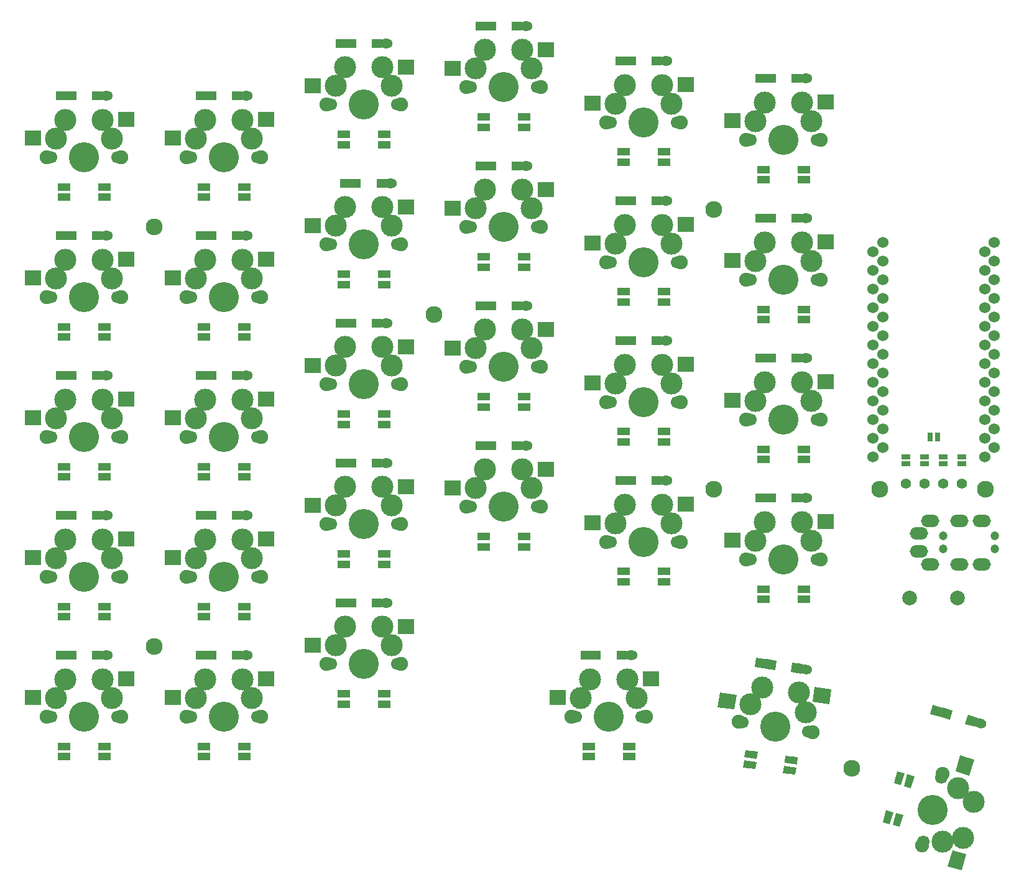
<source format=gbs>
G04 #@! TF.GenerationSoftware,KiCad,Pcbnew,5.1.10-88a1d61d58~88~ubuntu18.04.1*
G04 #@! TF.CreationDate,2021-07-03T13:59:34+09:00*
G04 #@! TF.ProjectId,swallowtail,7377616c-6c6f-4777-9461-696c2e6b6963,rev?*
G04 #@! TF.SameCoordinates,Original*
G04 #@! TF.FileFunction,Soldermask,Bot*
G04 #@! TF.FilePolarity,Negative*
%FSLAX46Y46*%
G04 Gerber Fmt 4.6, Leading zero omitted, Abs format (unit mm)*
G04 Created by KiCad (PCBNEW 5.1.10-88a1d61d58~88~ubuntu18.04.1) date 2021-07-03 13:59:34*
%MOMM*%
%LPD*%
G01*
G04 APERTURE LIST*
%ADD10R,1.700000X1.000000*%
%ADD11C,0.100000*%
%ADD12C,1.700000*%
%ADD13R,2.300000X2.000000*%
%ADD14C,1.900000*%
%ADD15C,4.100000*%
%ADD16C,3.000000*%
%ADD17C,2.300000*%
%ADD18R,1.400000X1.300000*%
%ADD19O,1.778000X1.300000*%
%ADD20R,1.778000X1.300000*%
%ADD21O,2.500000X1.700000*%
%ADD22C,1.200000*%
%ADD23C,1.397000*%
%ADD24R,0.635000X1.143000*%
%ADD25R,1.143000X0.635000*%
%ADD26C,2.000000*%
%ADD27C,1.524000*%
G04 APERTURE END LIST*
D10*
G04 #@! TO.C,LED1*
X144434970Y-69756540D03*
X144434970Y-68356540D03*
X138934970Y-69756540D03*
X138934970Y-68356540D03*
G04 #@! TD*
G04 #@! TO.C,LED2*
X125384890Y-67375280D03*
X125384890Y-65975280D03*
X119884890Y-67375280D03*
X119884890Y-65975280D03*
G04 #@! TD*
G04 #@! TO.C,LED3*
X106334810Y-62612760D03*
X106334810Y-61212760D03*
X100834810Y-62612760D03*
X100834810Y-61212760D03*
G04 #@! TD*
G04 #@! TO.C,LED4*
X87284730Y-64994020D03*
X87284730Y-63594020D03*
X81784730Y-64994020D03*
X81784730Y-63594020D03*
G04 #@! TD*
G04 #@! TO.C,LED5*
X68234650Y-72137800D03*
X68234650Y-70737800D03*
X62734650Y-72137800D03*
X62734650Y-70737800D03*
G04 #@! TD*
G04 #@! TO.C,LED6*
X49184570Y-72137800D03*
X49184570Y-70737800D03*
X43684570Y-72137800D03*
X43684570Y-70737800D03*
G04 #@! TD*
G04 #@! TO.C,LED7*
X49184570Y-91187880D03*
X49184570Y-89787880D03*
X43684570Y-91187880D03*
X43684570Y-89787880D03*
G04 #@! TD*
G04 #@! TO.C,LED8*
X68234650Y-91187880D03*
X68234650Y-89787880D03*
X62734650Y-91187880D03*
X62734650Y-89787880D03*
G04 #@! TD*
G04 #@! TO.C,LED9*
X87284730Y-84044100D03*
X87284730Y-82644100D03*
X81784730Y-84044100D03*
X81784730Y-82644100D03*
G04 #@! TD*
G04 #@! TO.C,LED10*
X106334810Y-81662840D03*
X106334810Y-80262840D03*
X100834810Y-81662840D03*
X100834810Y-80262840D03*
G04 #@! TD*
G04 #@! TO.C,LED11*
X125384890Y-86425360D03*
X125384890Y-85025360D03*
X119884890Y-86425360D03*
X119884890Y-85025360D03*
G04 #@! TD*
G04 #@! TO.C,LED12*
X144434970Y-88806620D03*
X144434970Y-87406620D03*
X138934970Y-88806620D03*
X138934970Y-87406620D03*
G04 #@! TD*
G04 #@! TO.C,LED13*
X144434970Y-107856700D03*
X144434970Y-106456700D03*
X138934970Y-107856700D03*
X138934970Y-106456700D03*
G04 #@! TD*
G04 #@! TO.C,LED14*
X125384890Y-105475440D03*
X125384890Y-104075440D03*
X119884890Y-105475440D03*
X119884890Y-104075440D03*
G04 #@! TD*
G04 #@! TO.C,LED15*
X106334810Y-100712920D03*
X106334810Y-99312920D03*
X100834810Y-100712920D03*
X100834810Y-99312920D03*
G04 #@! TD*
G04 #@! TO.C,LED16*
X87284730Y-103094180D03*
X87284730Y-101694180D03*
X81784730Y-103094180D03*
X81784730Y-101694180D03*
G04 #@! TD*
G04 #@! TO.C,LED17*
X68234650Y-110237960D03*
X68234650Y-108837960D03*
X62734650Y-110237960D03*
X62734650Y-108837960D03*
G04 #@! TD*
G04 #@! TO.C,LED18*
X49184570Y-110237960D03*
X49184570Y-108837960D03*
X43684570Y-110237960D03*
X43684570Y-108837960D03*
G04 #@! TD*
G04 #@! TO.C,LED19*
X49184570Y-129288040D03*
X49184570Y-127888040D03*
X43684570Y-129288040D03*
X43684570Y-127888040D03*
G04 #@! TD*
G04 #@! TO.C,LED20*
X68234650Y-129288040D03*
X68234650Y-127888040D03*
X62734650Y-129288040D03*
X62734650Y-127888040D03*
G04 #@! TD*
G04 #@! TO.C,LED21*
X87284730Y-122144260D03*
X87284730Y-120744260D03*
X81784730Y-122144260D03*
X81784730Y-120744260D03*
G04 #@! TD*
G04 #@! TO.C,LED22*
X106334810Y-119763000D03*
X106334810Y-118363000D03*
X100834810Y-119763000D03*
X100834810Y-118363000D03*
G04 #@! TD*
G04 #@! TO.C,LED23*
X125384890Y-124525520D03*
X125384890Y-123125520D03*
X119884890Y-124525520D03*
X119884890Y-123125520D03*
G04 #@! TD*
G04 #@! TO.C,LED24*
X144434970Y-126906780D03*
X144434970Y-125506780D03*
X138934970Y-126906780D03*
X138934970Y-125506780D03*
G04 #@! TD*
D11*
G04 #@! TO.C,LED25*
G36*
X156140453Y-157530415D02*
G01*
X155179191Y-157254778D01*
X155647775Y-155620633D01*
X156609037Y-155896270D01*
X156140453Y-157530415D01*
G37*
G36*
X157486219Y-157916307D02*
G01*
X156524957Y-157640670D01*
X156993541Y-156006525D01*
X157954803Y-156282162D01*
X157486219Y-157916307D01*
G37*
G36*
X157656459Y-152243475D02*
G01*
X156695197Y-151967838D01*
X157163781Y-150333693D01*
X158125043Y-150609330D01*
X157656459Y-152243475D01*
G37*
G36*
X159002225Y-152629367D02*
G01*
X158040963Y-152353730D01*
X158509547Y-150719585D01*
X159470809Y-150995222D01*
X159002225Y-152629367D01*
G37*
G04 #@! TD*
G04 #@! TO.C,LED26*
G36*
X143407788Y-149813615D02*
G01*
X143268615Y-150803883D01*
X141585160Y-150567289D01*
X141724333Y-149577021D01*
X143407788Y-149813615D01*
G37*
G36*
X143602630Y-148427239D02*
G01*
X143463457Y-149417507D01*
X141780002Y-149180913D01*
X141919175Y-148190645D01*
X143602630Y-148427239D01*
G37*
G36*
X137961314Y-149048163D02*
G01*
X137822141Y-150038431D01*
X136138686Y-149801837D01*
X136277859Y-148811569D01*
X137961314Y-149048163D01*
G37*
G36*
X138156156Y-147661787D02*
G01*
X138016983Y-148652055D01*
X136333528Y-148415461D01*
X136472701Y-147425193D01*
X138156156Y-147661787D01*
G37*
G04 #@! TD*
D10*
G04 #@! TO.C,LED27*
X120622370Y-148338120D03*
X120622370Y-146938120D03*
X115122370Y-148338120D03*
X115122370Y-146938120D03*
G04 #@! TD*
G04 #@! TO.C,LED28*
X87284730Y-141194340D03*
X87284730Y-139794340D03*
X81784730Y-141194340D03*
X81784730Y-139794340D03*
G04 #@! TD*
G04 #@! TO.C,LED29*
X68234650Y-148338120D03*
X68234650Y-146938120D03*
X62734650Y-148338120D03*
X62734650Y-146938120D03*
G04 #@! TD*
G04 #@! TO.C,LED30*
X49184570Y-148338120D03*
X49184570Y-146938120D03*
X43684570Y-148338120D03*
X43684570Y-146938120D03*
G04 #@! TD*
D12*
G04 #@! TO.C,SW6*
X146184385Y-64293765D03*
X137184385Y-64293765D03*
D13*
X147384385Y-59173765D03*
D14*
X136604385Y-64293765D03*
X146764385Y-64293765D03*
D15*
X141684385Y-64293765D03*
D16*
X144224385Y-59213765D03*
X145494385Y-61753764D03*
X139144385Y-59213765D03*
X137874385Y-61753765D03*
D13*
X134684385Y-61713765D03*
G04 #@! TD*
D17*
G04 #@! TO.C,Ref\u002A\u002A*
X169125000Y-111875000D03*
G04 #@! TD*
G04 #@! TO.C,Ref\u002A\u002A*
X154775000Y-111875000D03*
G04 #@! TD*
G04 #@! TO.C,Ref\u002A\u002A*
X132159930Y-111919220D03*
G04 #@! TD*
G04 #@! TO.C,Ref\u002A\u002A*
X132159930Y-73819060D03*
G04 #@! TD*
G04 #@! TO.C,Ref\u002A\u002A*
X94059770Y-88106620D03*
G04 #@! TD*
G04 #@! TO.C,Ref\u002A\u002A*
X150975000Y-149925000D03*
G04 #@! TD*
G04 #@! TO.C,Ref\u002A\u002A*
X55959610Y-133350560D03*
G04 #@! TD*
G04 #@! TO.C,Ref\u002A\u002A*
X55959610Y-76200320D03*
G04 #@! TD*
D12*
G04 #@! TO.C,SW29*
X145006591Y-144914794D03*
X136094179Y-143662236D03*
D11*
G36*
X148185460Y-139181410D02*
G01*
X147907114Y-141161946D01*
X145629498Y-140841848D01*
X145907844Y-138861312D01*
X148185460Y-139181410D01*
G37*
D14*
X135519823Y-143581516D03*
X145580947Y-144995514D03*
D15*
X140550385Y-144288515D03*
D16*
X143772665Y-139611453D03*
X144676806Y-142303483D03*
X138742103Y-138904454D03*
X137130963Y-141242985D03*
D11*
G36*
X135255556Y-139929193D02*
G01*
X134977210Y-141909729D01*
X132699594Y-141589631D01*
X132977940Y-139609095D01*
X135255556Y-139929193D01*
G37*
G04 #@! TD*
G04 #@! TO.C,D29*
G36*
X144251682Y-135736029D02*
G01*
X144070757Y-137023377D01*
X142684382Y-136828535D01*
X142865307Y-135541187D01*
X144251682Y-135736029D01*
G37*
G36*
X140736230Y-135241965D02*
G01*
X140555305Y-136529313D01*
X139168930Y-136334471D01*
X139349855Y-135047123D01*
X140736230Y-135241965D01*
G37*
G36*
G01*
X143800762Y-136329044D02*
X143800762Y-136329044D01*
G75*
G02*
X144534899Y-135775833I643674J-90463D01*
G01*
X145008247Y-135842357D01*
G75*
G02*
X145561458Y-136576494I-90463J-643674D01*
G01*
X145561458Y-136576494D01*
G75*
G02*
X144827321Y-137129705I-643674J90463D01*
G01*
X144353973Y-137063181D01*
G75*
G02*
X143800762Y-136329044I90463J643674D01*
G01*
G37*
G36*
X137768691Y-136137680D02*
G01*
X137949616Y-134850332D01*
X139710313Y-135097782D01*
X139529388Y-136385130D01*
X137768691Y-136137680D01*
G37*
G04 #@! TD*
D18*
G04 #@! TO.C,D23*
X124409385Y-110728140D03*
X120859385Y-110728140D03*
D19*
X125634385Y-110728140D03*
D20*
X119634385Y-110728140D03*
G04 #@! TD*
D12*
G04 #@! TO.C,SW19*
X50934385Y-123825025D03*
X41934385Y-123825025D03*
D13*
X52134385Y-118705025D03*
D14*
X41354385Y-123825025D03*
X51514385Y-123825025D03*
D15*
X46434385Y-123825025D03*
D16*
X48974385Y-118745025D03*
X50244385Y-121285024D03*
X43894385Y-118745025D03*
X42624385Y-121285025D03*
D13*
X39434385Y-121245025D03*
G04 #@! TD*
D12*
G04 #@! TO.C,SW20*
X69984385Y-123825025D03*
X60984385Y-123825025D03*
D13*
X71184385Y-118705025D03*
D14*
X60404385Y-123825025D03*
X70564385Y-123825025D03*
D15*
X65484385Y-123825025D03*
D16*
X68024385Y-118745025D03*
X69294385Y-121285024D03*
X62944385Y-118745025D03*
X61674385Y-121285025D03*
D13*
X58484385Y-121245025D03*
G04 #@! TD*
D12*
G04 #@! TO.C,SW24*
X146184385Y-121443765D03*
X137184385Y-121443765D03*
D13*
X147384385Y-116323765D03*
D14*
X136604385Y-121443765D03*
X146764385Y-121443765D03*
D15*
X141684385Y-121443765D03*
D16*
X144224385Y-116363765D03*
X145494385Y-118903764D03*
X139144385Y-116363765D03*
X137874385Y-118903765D03*
D13*
X134684385Y-118863765D03*
G04 #@! TD*
D18*
G04 #@! TO.C,D1*
X48209385Y-58340650D03*
X44659385Y-58340650D03*
D19*
X49434385Y-58340650D03*
D20*
X43434385Y-58340650D03*
G04 #@! TD*
D18*
G04 #@! TO.C,D2*
X67259385Y-58340650D03*
X63709385Y-58340650D03*
D19*
X68484385Y-58340650D03*
D20*
X62484385Y-58340650D03*
G04 #@! TD*
D18*
G04 #@! TO.C,D3*
X86309385Y-51196890D03*
X82759385Y-51196890D03*
D19*
X87534385Y-51196890D03*
D20*
X81534385Y-51196890D03*
G04 #@! TD*
D18*
G04 #@! TO.C,D4*
X105359385Y-48815640D03*
X101809385Y-48815640D03*
D19*
X106584385Y-48815640D03*
D20*
X100584385Y-48815640D03*
G04 #@! TD*
D18*
G04 #@! TO.C,D5*
X124409385Y-53578140D03*
X120859385Y-53578140D03*
D19*
X125634385Y-53578140D03*
D20*
X119634385Y-53578140D03*
G04 #@! TD*
D18*
G04 #@! TO.C,D6*
X143459385Y-55959390D03*
X139909385Y-55959390D03*
D19*
X144684385Y-55959390D03*
D20*
X138684385Y-55959390D03*
G04 #@! TD*
D18*
G04 #@! TO.C,D7*
X48209385Y-77390650D03*
X44659385Y-77390650D03*
D19*
X49434385Y-77390650D03*
D20*
X43434385Y-77390650D03*
G04 #@! TD*
D18*
G04 #@! TO.C,D8*
X67259385Y-77390650D03*
X63709385Y-77390650D03*
D19*
X68484385Y-77390650D03*
D20*
X62484385Y-77390650D03*
G04 #@! TD*
D18*
G04 #@! TO.C,D9*
X86915635Y-70246890D03*
X83365635Y-70246890D03*
D19*
X88140635Y-70246890D03*
D20*
X82140635Y-70246890D03*
G04 #@! TD*
D18*
G04 #@! TO.C,D10*
X105359385Y-67865640D03*
X101809385Y-67865640D03*
D19*
X106584385Y-67865640D03*
D20*
X100584385Y-67865640D03*
G04 #@! TD*
D18*
G04 #@! TO.C,D11*
X124409385Y-72628140D03*
X120859385Y-72628140D03*
D19*
X125634385Y-72628140D03*
D20*
X119634385Y-72628140D03*
G04 #@! TD*
D18*
G04 #@! TO.C,D12*
X143459385Y-75009390D03*
X139909385Y-75009390D03*
D19*
X144684385Y-75009390D03*
D20*
X138684385Y-75009390D03*
G04 #@! TD*
D18*
G04 #@! TO.C,D13*
X48209385Y-96440650D03*
X44659385Y-96440650D03*
D19*
X49434385Y-96440650D03*
D20*
X43434385Y-96440650D03*
G04 #@! TD*
D18*
G04 #@! TO.C,D14*
X67259385Y-96440650D03*
X63709385Y-96440650D03*
D19*
X68484385Y-96440650D03*
D20*
X62484385Y-96440650D03*
G04 #@! TD*
D18*
G04 #@! TO.C,D15*
X86309385Y-89296890D03*
X82759385Y-89296890D03*
D19*
X87534385Y-89296890D03*
D20*
X81534385Y-89296890D03*
G04 #@! TD*
D18*
G04 #@! TO.C,D16*
X105359385Y-86915640D03*
X101809385Y-86915640D03*
D19*
X106584385Y-86915640D03*
D20*
X100584385Y-86915640D03*
G04 #@! TD*
D18*
G04 #@! TO.C,D17*
X124409385Y-91678140D03*
X120859385Y-91678140D03*
D19*
X125634385Y-91678140D03*
D20*
X119634385Y-91678140D03*
G04 #@! TD*
D18*
G04 #@! TO.C,D18*
X143459385Y-94059390D03*
X139909385Y-94059390D03*
D19*
X144684385Y-94059390D03*
D20*
X138684385Y-94059390D03*
G04 #@! TD*
D18*
G04 #@! TO.C,D19*
X48209385Y-115490650D03*
X44659385Y-115490650D03*
D19*
X49434385Y-115490650D03*
D20*
X43434385Y-115490650D03*
G04 #@! TD*
D18*
G04 #@! TO.C,D20*
X67259385Y-115490650D03*
X63709385Y-115490650D03*
D19*
X68484385Y-115490650D03*
D20*
X62484385Y-115490650D03*
G04 #@! TD*
D18*
G04 #@! TO.C,D21*
X86309385Y-108346890D03*
X82759385Y-108346890D03*
D19*
X87534385Y-108346890D03*
D20*
X81534385Y-108346890D03*
G04 #@! TD*
D18*
G04 #@! TO.C,D22*
X105359385Y-105965640D03*
X101809385Y-105965640D03*
D19*
X106584385Y-105965640D03*
D20*
X100584385Y-105965640D03*
G04 #@! TD*
D18*
G04 #@! TO.C,D24*
X143459385Y-113109390D03*
X139909385Y-113109390D03*
D19*
X144684385Y-113109390D03*
D20*
X138684385Y-113109390D03*
G04 #@! TD*
D18*
G04 #@! TO.C,D25*
X48209385Y-134540650D03*
X44659385Y-134540650D03*
D19*
X49434385Y-134540650D03*
D20*
X43434385Y-134540650D03*
G04 #@! TD*
D18*
G04 #@! TO.C,D26*
X67259385Y-134540650D03*
X63709385Y-134540650D03*
D19*
X68484385Y-134540650D03*
D20*
X62484385Y-134540650D03*
G04 #@! TD*
D18*
G04 #@! TO.C,D27*
X86309385Y-127396890D03*
X82759385Y-127396890D03*
D19*
X87534385Y-127396890D03*
D20*
X81534385Y-127396890D03*
G04 #@! TD*
D18*
G04 #@! TO.C,D28*
X119651385Y-134541640D03*
X116101385Y-134541640D03*
D19*
X120876385Y-134541640D03*
D20*
X114876385Y-134541640D03*
G04 #@! TD*
D11*
G04 #@! TO.C,D30*
G36*
X168102660Y-143024123D02*
G01*
X167744332Y-144273763D01*
X166398566Y-143887871D01*
X166756894Y-142638231D01*
X168102660Y-143024123D01*
G37*
G36*
X164690180Y-142045611D02*
G01*
X164331852Y-143295251D01*
X162986086Y-142909359D01*
X163344414Y-141659719D01*
X164690180Y-142045611D01*
G37*
G36*
G01*
X167573596Y-143548612D02*
X167573596Y-143548612D01*
G75*
G02*
X168377580Y-143102956I624820J-179164D01*
G01*
X168837064Y-143234710D01*
G75*
G02*
X169282720Y-144038694I-179164J-624820D01*
G01*
X169282720Y-144038694D01*
G75*
G02*
X168478736Y-144484350I-624820J179164D01*
G01*
X168019252Y-144352596D01*
G75*
G02*
X167573596Y-143548612I179164J624820D01*
G01*
G37*
G36*
X161626862Y-142519607D02*
G01*
X161985191Y-141269967D01*
X163694314Y-141760051D01*
X163335985Y-143009691D01*
X161626862Y-142519607D01*
G37*
G04 #@! TD*
D12*
G04 #@! TO.C,SW4*
X108084385Y-57150015D03*
X99084385Y-57150015D03*
D13*
X109284385Y-52030015D03*
D14*
X98504385Y-57150015D03*
X108664385Y-57150015D03*
D15*
X103584385Y-57150015D03*
D16*
X106124385Y-52070015D03*
X107394385Y-54610014D03*
X101044385Y-52070015D03*
X99774385Y-54610015D03*
D13*
X96584385Y-54570015D03*
G04 #@! TD*
D12*
G04 #@! TO.C,SW30*
X160694017Y-159881943D03*
X163174753Y-151230587D03*
D11*
G36*
X165929191Y-163827808D02*
G01*
X164006667Y-163276534D01*
X164640633Y-161065632D01*
X166563157Y-161616906D01*
X165929191Y-163827808D01*
G37*
D14*
X163334623Y-150673056D03*
X160534147Y-160439474D03*
D15*
X161934385Y-155556265D03*
D16*
X166117476Y-159398107D03*
X163325812Y-159918791D03*
X167517713Y-154514898D03*
X165426168Y-152593977D03*
D11*
G36*
X166988181Y-150919666D02*
G01*
X165065657Y-150368392D01*
X165699623Y-148157490D01*
X167622147Y-148708764D01*
X166988181Y-150919666D01*
G37*
G04 #@! TD*
D12*
G04 #@! TO.C,SW25*
X50934385Y-142875025D03*
X41934385Y-142875025D03*
D13*
X52134385Y-137755025D03*
D14*
X41354385Y-142875025D03*
X51514385Y-142875025D03*
D15*
X46434385Y-142875025D03*
D16*
X48974385Y-137795025D03*
X50244385Y-140335024D03*
X43894385Y-137795025D03*
X42624385Y-140335025D03*
D13*
X39434385Y-140295025D03*
G04 #@! TD*
D21*
G04 #@! TO.C,J1*
X160113560Y-117940425D03*
X161613560Y-122140425D03*
X165613560Y-122140425D03*
X168613560Y-122140425D03*
D22*
X163413560Y-120040425D03*
X170413560Y-120040425D03*
D21*
X165613560Y-116190425D03*
X168613560Y-116190425D03*
X160113560Y-120390425D03*
X161613560Y-116190425D03*
D22*
X170413560Y-118290425D03*
X163413560Y-118290425D03*
G04 #@! TD*
D23*
G04 #@! TO.C,J2*
X165944560Y-111150425D03*
X163404560Y-111150425D03*
X160864560Y-111150425D03*
X158324560Y-111150425D03*
G04 #@! TD*
D24*
G04 #@! TO.C,JP1*
X161634180Y-104800425D03*
X162634940Y-104800425D03*
G04 #@! TD*
D25*
G04 #@! TO.C,JP3*
X165944560Y-107475045D03*
X165944560Y-108475805D03*
G04 #@! TD*
G04 #@! TO.C,JP4*
X163404560Y-107475045D03*
X163404560Y-108475805D03*
G04 #@! TD*
G04 #@! TO.C,JP5*
X160864560Y-107475045D03*
X160864560Y-108475805D03*
G04 #@! TD*
G04 #@! TO.C,JP6*
X158324560Y-107475045D03*
X158324560Y-108475805D03*
G04 #@! TD*
D26*
G04 #@! TO.C,RSW1*
X158866850Y-126692520D03*
X165366850Y-126692520D03*
G04 #@! TD*
D12*
G04 #@! TO.C,SW1*
X50934385Y-66675025D03*
X41934385Y-66675025D03*
D13*
X52134385Y-61555025D03*
D14*
X41354385Y-66675025D03*
X51514385Y-66675025D03*
D15*
X46434385Y-66675025D03*
D16*
X48974385Y-61595025D03*
X50244385Y-64135024D03*
X43894385Y-61595025D03*
X42624385Y-64135025D03*
D13*
X39434385Y-64095025D03*
G04 #@! TD*
D12*
G04 #@! TO.C,SW2*
X69984385Y-66675025D03*
X60984385Y-66675025D03*
D13*
X71184385Y-61555025D03*
D14*
X60404385Y-66675025D03*
X70564385Y-66675025D03*
D15*
X65484385Y-66675025D03*
D16*
X68024385Y-61595025D03*
X69294385Y-64135024D03*
X62944385Y-61595025D03*
X61674385Y-64135025D03*
D13*
X58484385Y-64095025D03*
G04 #@! TD*
D12*
G04 #@! TO.C,SW3*
X89034385Y-59531265D03*
X80034385Y-59531265D03*
D13*
X90234385Y-54411265D03*
D14*
X79454385Y-59531265D03*
X89614385Y-59531265D03*
D15*
X84534385Y-59531265D03*
D16*
X87074385Y-54451265D03*
X88344385Y-56991264D03*
X81994385Y-54451265D03*
X80724385Y-56991265D03*
D13*
X77534385Y-56951265D03*
G04 #@! TD*
D12*
G04 #@! TO.C,SW5*
X127134385Y-61912515D03*
X118134385Y-61912515D03*
D13*
X128334385Y-56792515D03*
D14*
X117554385Y-61912515D03*
X127714385Y-61912515D03*
D15*
X122634385Y-61912515D03*
D16*
X125174385Y-56832515D03*
X126444385Y-59372514D03*
X120094385Y-56832515D03*
X118824385Y-59372515D03*
D13*
X115634385Y-59332515D03*
G04 #@! TD*
D12*
G04 #@! TO.C,SW7*
X50934385Y-85725025D03*
X41934385Y-85725025D03*
D13*
X52134385Y-80605025D03*
D14*
X41354385Y-85725025D03*
X51514385Y-85725025D03*
D15*
X46434385Y-85725025D03*
D16*
X48974385Y-80645025D03*
X50244385Y-83185024D03*
X43894385Y-80645025D03*
X42624385Y-83185025D03*
D13*
X39434385Y-83145025D03*
G04 #@! TD*
D12*
G04 #@! TO.C,SW8*
X69984385Y-85725025D03*
X60984385Y-85725025D03*
D13*
X71184385Y-80605025D03*
D14*
X60404385Y-85725025D03*
X70564385Y-85725025D03*
D15*
X65484385Y-85725025D03*
D16*
X68024385Y-80645025D03*
X69294385Y-83185024D03*
X62944385Y-80645025D03*
X61674385Y-83185025D03*
D13*
X58484385Y-83145025D03*
G04 #@! TD*
D12*
G04 #@! TO.C,SW9*
X89034385Y-78581265D03*
X80034385Y-78581265D03*
D13*
X90234385Y-73461265D03*
D14*
X79454385Y-78581265D03*
X89614385Y-78581265D03*
D15*
X84534385Y-78581265D03*
D16*
X87074385Y-73501265D03*
X88344385Y-76041264D03*
X81994385Y-73501265D03*
X80724385Y-76041265D03*
D13*
X77534385Y-76001265D03*
G04 #@! TD*
D12*
G04 #@! TO.C,SW10*
X108084385Y-76200015D03*
X99084385Y-76200015D03*
D13*
X109284385Y-71080015D03*
D14*
X98504385Y-76200015D03*
X108664385Y-76200015D03*
D15*
X103584385Y-76200015D03*
D16*
X106124385Y-71120015D03*
X107394385Y-73660014D03*
X101044385Y-71120015D03*
X99774385Y-73660015D03*
D13*
X96584385Y-73620015D03*
G04 #@! TD*
D12*
G04 #@! TO.C,SW11*
X127134385Y-80962515D03*
X118134385Y-80962515D03*
D13*
X128334385Y-75842515D03*
D14*
X117554385Y-80962515D03*
X127714385Y-80962515D03*
D15*
X122634385Y-80962515D03*
D16*
X125174385Y-75882515D03*
X126444385Y-78422514D03*
X120094385Y-75882515D03*
X118824385Y-78422515D03*
D13*
X115634385Y-78382515D03*
G04 #@! TD*
D12*
G04 #@! TO.C,SW12*
X146184385Y-83343765D03*
X137184385Y-83343765D03*
D13*
X147384385Y-78223765D03*
D14*
X136604385Y-83343765D03*
X146764385Y-83343765D03*
D15*
X141684385Y-83343765D03*
D16*
X144224385Y-78263765D03*
X145494385Y-80803764D03*
X139144385Y-78263765D03*
X137874385Y-80803765D03*
D13*
X134684385Y-80763765D03*
G04 #@! TD*
D12*
G04 #@! TO.C,SW13*
X50934385Y-104775025D03*
X41934385Y-104775025D03*
D13*
X52134385Y-99655025D03*
D14*
X41354385Y-104775025D03*
X51514385Y-104775025D03*
D15*
X46434385Y-104775025D03*
D16*
X48974385Y-99695025D03*
X50244385Y-102235024D03*
X43894385Y-99695025D03*
X42624385Y-102235025D03*
D13*
X39434385Y-102195025D03*
G04 #@! TD*
D12*
G04 #@! TO.C,SW14*
X69984385Y-104775025D03*
X60984385Y-104775025D03*
D13*
X71184385Y-99655025D03*
D14*
X60404385Y-104775025D03*
X70564385Y-104775025D03*
D15*
X65484385Y-104775025D03*
D16*
X68024385Y-99695025D03*
X69294385Y-102235024D03*
X62944385Y-99695025D03*
X61674385Y-102235025D03*
D13*
X58484385Y-102195025D03*
G04 #@! TD*
D12*
G04 #@! TO.C,SW15*
X89034385Y-97631265D03*
X80034385Y-97631265D03*
D13*
X90234385Y-92511265D03*
D14*
X79454385Y-97631265D03*
X89614385Y-97631265D03*
D15*
X84534385Y-97631265D03*
D16*
X87074385Y-92551265D03*
X88344385Y-95091264D03*
X81994385Y-92551265D03*
X80724385Y-95091265D03*
D13*
X77534385Y-95051265D03*
G04 #@! TD*
D12*
G04 #@! TO.C,SW16*
X108084385Y-95250015D03*
X99084385Y-95250015D03*
D13*
X109284385Y-90130015D03*
D14*
X98504385Y-95250015D03*
X108664385Y-95250015D03*
D15*
X103584385Y-95250015D03*
D16*
X106124385Y-90170015D03*
X107394385Y-92710014D03*
X101044385Y-90170015D03*
X99774385Y-92710015D03*
D13*
X96584385Y-92670015D03*
G04 #@! TD*
D12*
G04 #@! TO.C,SW17*
X127134385Y-100012515D03*
X118134385Y-100012515D03*
D13*
X128334385Y-94892515D03*
D14*
X117554385Y-100012515D03*
X127714385Y-100012515D03*
D15*
X122634385Y-100012515D03*
D16*
X125174385Y-94932515D03*
X126444385Y-97472514D03*
X120094385Y-94932515D03*
X118824385Y-97472515D03*
D13*
X115634385Y-97432515D03*
G04 #@! TD*
D12*
G04 #@! TO.C,SW18*
X146184385Y-102393765D03*
X137184385Y-102393765D03*
D13*
X147384385Y-97273765D03*
D14*
X136604385Y-102393765D03*
X146764385Y-102393765D03*
D15*
X141684385Y-102393765D03*
D16*
X144224385Y-97313765D03*
X145494385Y-99853764D03*
X139144385Y-97313765D03*
X137874385Y-99853765D03*
D13*
X134684385Y-99813765D03*
G04 #@! TD*
D12*
G04 #@! TO.C,SW21*
X89034385Y-116681265D03*
X80034385Y-116681265D03*
D13*
X90234385Y-111561265D03*
D14*
X79454385Y-116681265D03*
X89614385Y-116681265D03*
D15*
X84534385Y-116681265D03*
D16*
X87074385Y-111601265D03*
X88344385Y-114141264D03*
X81994385Y-111601265D03*
X80724385Y-114141265D03*
D13*
X77534385Y-114101265D03*
G04 #@! TD*
D12*
G04 #@! TO.C,SW22*
X108084385Y-114300015D03*
X99084385Y-114300015D03*
D13*
X109284385Y-109180015D03*
D14*
X98504385Y-114300015D03*
X108664385Y-114300015D03*
D15*
X103584385Y-114300015D03*
D16*
X106124385Y-109220015D03*
X107394385Y-111760014D03*
X101044385Y-109220015D03*
X99774385Y-111760015D03*
D13*
X96584385Y-111720015D03*
G04 #@! TD*
D12*
G04 #@! TO.C,SW23*
X127134385Y-119062515D03*
X118134385Y-119062515D03*
D13*
X128334385Y-113942515D03*
D14*
X117554385Y-119062515D03*
X127714385Y-119062515D03*
D15*
X122634385Y-119062515D03*
D16*
X125174385Y-113982515D03*
X126444385Y-116522514D03*
X120094385Y-113982515D03*
X118824385Y-116522515D03*
D13*
X115634385Y-116482515D03*
G04 #@! TD*
D12*
G04 #@! TO.C,SW26*
X69984385Y-142875025D03*
X60984385Y-142875025D03*
D13*
X71184385Y-137755025D03*
D14*
X60404385Y-142875025D03*
X70564385Y-142875025D03*
D15*
X65484385Y-142875025D03*
D16*
X68024385Y-137795025D03*
X69294385Y-140335024D03*
X62944385Y-137795025D03*
X61674385Y-140335025D03*
D13*
X58484385Y-140295025D03*
G04 #@! TD*
D12*
G04 #@! TO.C,SW27*
X89034385Y-135731265D03*
X80034385Y-135731265D03*
D13*
X90234385Y-130611265D03*
D14*
X79454385Y-135731265D03*
X89614385Y-135731265D03*
D15*
X84534385Y-135731265D03*
D16*
X87074385Y-130651265D03*
X88344385Y-133191264D03*
X81994385Y-130651265D03*
X80724385Y-133191265D03*
D13*
X77534385Y-133151265D03*
G04 #@! TD*
D12*
G04 #@! TO.C,SW28*
X122376385Y-142876015D03*
X113376385Y-142876015D03*
D13*
X123576385Y-137756015D03*
D14*
X112796385Y-142876015D03*
X122956385Y-142876015D03*
D15*
X117876385Y-142876015D03*
D16*
X120416385Y-137796015D03*
X121686385Y-140336014D03*
X115336385Y-137796015D03*
X114066385Y-140336015D03*
D13*
X110876385Y-140296015D03*
G04 #@! TD*
D27*
G04 #@! TO.C,U1*
X169063160Y-79527425D03*
X169063160Y-82067425D03*
X169063160Y-84607425D03*
X169063160Y-87147425D03*
X169063160Y-89687425D03*
X169063160Y-92227425D03*
X169063160Y-94767425D03*
X169063160Y-97307425D03*
X169063160Y-99847425D03*
X169063160Y-102387425D03*
X169063160Y-104927425D03*
X169063160Y-107467425D03*
X153823160Y-107467425D03*
X153823160Y-104927425D03*
X153823160Y-102387425D03*
X153823160Y-99847425D03*
X153823160Y-97307425D03*
X153823160Y-94767425D03*
X153823160Y-92227425D03*
X153823160Y-89687425D03*
X153823160Y-87147425D03*
X153823160Y-84607425D03*
X153823160Y-82067425D03*
X153823160Y-79527425D03*
X170369560Y-78257425D03*
X170369560Y-80797425D03*
X170369560Y-83337425D03*
X170369560Y-85877425D03*
X170369560Y-88417425D03*
X170369560Y-90957425D03*
X170369560Y-93497425D03*
X170369560Y-96037425D03*
X170369560Y-98577425D03*
X170369560Y-101117425D03*
X170369560Y-103657425D03*
X170369560Y-106197425D03*
X155149560Y-106197425D03*
X155149560Y-103657425D03*
X155149560Y-101117425D03*
X155149560Y-98577425D03*
X155149560Y-96037425D03*
X155149560Y-93497425D03*
X155149560Y-90957425D03*
X155149560Y-88417425D03*
X155149560Y-85877425D03*
X155149560Y-83337425D03*
X155149560Y-80797425D03*
X155149560Y-78257425D03*
G04 #@! TD*
M02*

</source>
